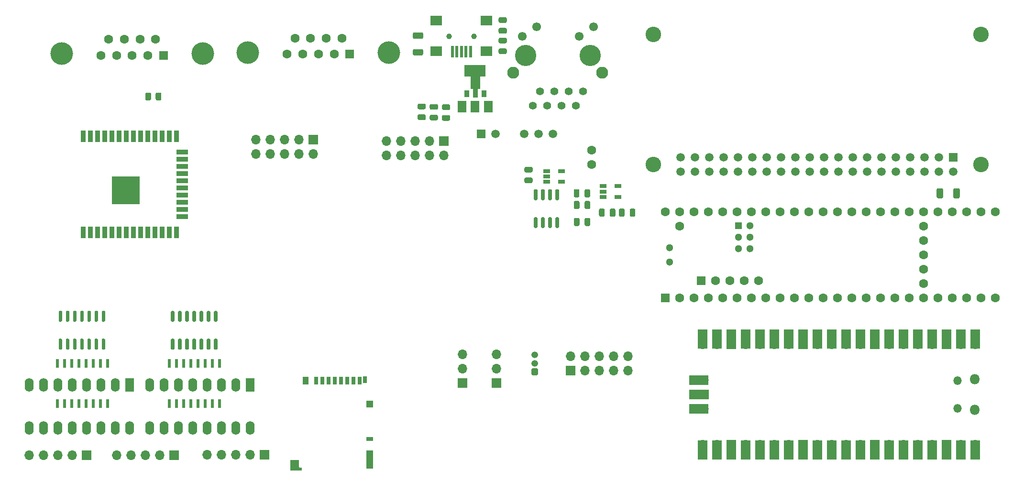
<source format=gbr>
%TF.GenerationSoftware,KiCad,Pcbnew,(5.1.8-0-10_14)*%
%TF.CreationDate,2021-09-27T01:00:10-07:00*%
%TF.ProjectId,baku,62616b75-2e6b-4696-9361-645f70636258,rev?*%
%TF.SameCoordinates,Original*%
%TF.FileFunction,Soldermask,Top*%
%TF.FilePolarity,Negative*%
%FSLAX46Y46*%
G04 Gerber Fmt 4.6, Leading zero omitted, Abs format (unit mm)*
G04 Created by KiCad (PCBNEW (5.1.8-0-10_14)) date 2021-09-27 01:00:10*
%MOMM*%
%LPD*%
G01*
G04 APERTURE LIST*
%ADD10C,2.750000*%
%ADD11C,1.508000*%
%ADD12R,1.508000X1.508000*%
%ADD13O,1.700000X1.700000*%
%ADD14R,1.700000X1.700000*%
%ADD15C,1.300000*%
%ADD16C,1.600000*%
%ADD17R,1.300000X1.300000*%
%ADD18R,1.600000X1.600000*%
%ADD19C,4.000000*%
%ADD20C,0.100000*%
%ADD21R,1.200000X0.800000*%
%ADD22R,0.500000X0.500000*%
%ADD23R,0.700000X1.400000*%
%ADD24R,0.700000X1.200000*%
%ADD25R,1.200000X3.200000*%
%ADD26R,1.200000X1.200000*%
%ADD27R,1.000000X1.400000*%
%ADD28R,1.500000X1.900000*%
%ADD29O,1.600000X2.400000*%
%ADD30R,1.600000X2.400000*%
%ADD31R,0.600000X1.500000*%
%ADD32C,2.108200*%
%ADD33C,3.759200*%
%ADD34C,1.549400*%
%ADD35C,1.397000*%
%ADD36O,1.200000X1.200000*%
%ADD37R,1.500000X2.000000*%
%ADD38R,3.800000X2.000000*%
%ADD39R,0.900000X1.300000*%
%ADD40C,1.000000*%
%ADD41R,2.000000X1.700000*%
%ADD42R,0.500000X2.000000*%
%ADD43R,0.900000X2.000000*%
%ADD44R,2.000000X0.900000*%
%ADD45R,5.000000X5.000000*%
%ADD46R,3.500000X1.700000*%
%ADD47O,1.500000X1.500000*%
%ADD48O,1.800000X1.800000*%
%ADD49R,1.700000X3.500000*%
%ADD50R,1.220000X0.650000*%
%ADD51C,1.500000*%
%ADD52R,1.500000X1.500000*%
G04 APERTURE END LIST*
D10*
%TO.C,A2*%
X175250000Y-90750000D03*
X175250000Y-67750000D03*
X233250000Y-90750000D03*
X233250000Y-67750000D03*
D11*
X180120000Y-92020000D03*
X180120000Y-89480000D03*
X182660000Y-92020000D03*
X182660000Y-89480000D03*
X185200000Y-92020000D03*
X185200000Y-89480000D03*
X187740000Y-92020000D03*
X187740000Y-89480000D03*
X190280000Y-92020000D03*
X190280000Y-89480000D03*
X192820000Y-92020000D03*
X192820000Y-89480000D03*
X195360000Y-92020000D03*
X195360000Y-89480000D03*
X197900000Y-92020000D03*
X197900000Y-89480000D03*
X200440000Y-92020000D03*
X200440000Y-89480000D03*
X202980000Y-92020000D03*
X202980000Y-89480000D03*
X205520000Y-92020000D03*
X205520000Y-89480000D03*
X208060000Y-92020000D03*
X208060000Y-89480000D03*
X210600000Y-92020000D03*
X210600000Y-89480000D03*
X213140000Y-92020000D03*
X213140000Y-89480000D03*
X215680000Y-92020000D03*
X215680000Y-89480000D03*
X218220000Y-92020000D03*
X218220000Y-89480000D03*
X220760000Y-92020000D03*
X220760000Y-89480000D03*
X223300000Y-92020000D03*
X223300000Y-89480000D03*
X225840000Y-92020000D03*
X225840000Y-89480000D03*
X228380000Y-92020000D03*
D12*
X228380000Y-89480000D03*
%TD*%
%TO.C,R1*%
G36*
G01*
X87150000Y-79200001D02*
X87150000Y-78299999D01*
G75*
G02*
X87399999Y-78050000I249999J0D01*
G01*
X87925001Y-78050000D01*
G75*
G02*
X88175000Y-78299999I0J-249999D01*
G01*
X88175000Y-79200001D01*
G75*
G02*
X87925001Y-79450000I-249999J0D01*
G01*
X87399999Y-79450000D01*
G75*
G02*
X87150000Y-79200001I0J249999D01*
G01*
G37*
G36*
G01*
X85325000Y-79200001D02*
X85325000Y-78299999D01*
G75*
G02*
X85574999Y-78050000I249999J0D01*
G01*
X86100001Y-78050000D01*
G75*
G02*
X86350000Y-78299999I0J-249999D01*
G01*
X86350000Y-79200001D01*
G75*
G02*
X86100001Y-79450000I-249999J0D01*
G01*
X85574999Y-79450000D01*
G75*
G02*
X85325000Y-79200001I0J249999D01*
G01*
G37*
%TD*%
D13*
%TO.C,J4*%
X141500000Y-124420000D03*
X141500000Y-126960000D03*
D14*
X141500000Y-129500000D03*
%TD*%
D13*
%TO.C,J3*%
X147500000Y-124420000D03*
X147500000Y-126960000D03*
D14*
X147500000Y-129500000D03*
%TD*%
D15*
%TO.C,U5*%
X178123600Y-105562400D03*
X178123600Y-108102400D03*
D16*
X223113600Y-101752400D03*
X223113600Y-104292400D03*
X223113600Y-106832400D03*
X223113600Y-109372400D03*
X223113600Y-111912400D03*
D15*
X190363600Y-105650800D03*
X192363600Y-105650800D03*
X192363600Y-103650800D03*
X190363600Y-103650800D03*
X192363600Y-101650800D03*
D17*
X190363600Y-101650800D03*
D16*
X218033600Y-114452400D03*
X220573600Y-114452400D03*
X223113600Y-114452400D03*
X225653600Y-114452400D03*
X215493600Y-114452400D03*
X212953600Y-114452400D03*
X210413600Y-114452400D03*
X228193600Y-114452400D03*
X230733600Y-114452400D03*
X233273600Y-114452400D03*
X235813600Y-114452400D03*
X235813600Y-99212400D03*
X233273600Y-99212400D03*
X230733600Y-99212400D03*
X228193600Y-99212400D03*
X225653600Y-99212400D03*
X223113600Y-99212400D03*
X220573600Y-99212400D03*
X218033600Y-99212400D03*
X215493600Y-99212400D03*
X212953600Y-99212400D03*
X207873600Y-114452400D03*
X205333600Y-114452400D03*
X202793600Y-114452400D03*
X200253600Y-114452400D03*
X197713600Y-114452400D03*
X195173600Y-114452400D03*
X192633600Y-114452400D03*
X190093600Y-114452400D03*
X187553600Y-114452400D03*
X185013600Y-114452400D03*
X182473600Y-114452400D03*
X179933600Y-114452400D03*
D18*
X177393600Y-114452400D03*
D16*
X210413600Y-99212400D03*
X207873600Y-99212400D03*
X205333600Y-99212400D03*
X202793600Y-99212400D03*
X200253600Y-99212400D03*
X197713600Y-99212400D03*
X195173600Y-99212400D03*
X192633600Y-99212400D03*
X190093600Y-99212400D03*
X187553600Y-99212400D03*
X185013600Y-99212400D03*
X182473600Y-99212400D03*
X179933600Y-99212400D03*
X177393600Y-99212400D03*
D18*
X183692800Y-111401600D03*
D16*
X186232800Y-111401600D03*
X188772800Y-111401600D03*
X191312800Y-111401600D03*
X193852800Y-111401600D03*
X179933600Y-101752400D03*
%TD*%
D13*
%TO.C,J2*%
X170750000Y-124710000D03*
X170750000Y-127250000D03*
X168210000Y-124710000D03*
X168210000Y-127250000D03*
X165670000Y-124710000D03*
X165670000Y-127250000D03*
X163130000Y-124710000D03*
X163130000Y-127250000D03*
X160590000Y-124710000D03*
D14*
X160590000Y-127250000D03*
%TD*%
D13*
%TO.C,J6*%
X104902000Y-88900000D03*
X104902000Y-86360000D03*
X107442000Y-88900000D03*
X107442000Y-86360000D03*
X109982000Y-88900000D03*
X109982000Y-86360000D03*
X112522000Y-88900000D03*
X112522000Y-86360000D03*
X115062000Y-88900000D03*
D14*
X115062000Y-86360000D03*
%TD*%
D13*
%TO.C,J5*%
X128016000Y-89154000D03*
X128016000Y-86614000D03*
X130556000Y-89154000D03*
X130556000Y-86614000D03*
X133096000Y-89154000D03*
X133096000Y-86614000D03*
X135636000Y-89154000D03*
X135636000Y-86614000D03*
X138176000Y-89154000D03*
D14*
X138176000Y-86614000D03*
%TD*%
%TO.C,C28*%
G36*
G01*
X132949999Y-70350000D02*
X134250001Y-70350000D01*
G75*
G02*
X134500000Y-70599999I0J-249999D01*
G01*
X134500000Y-71250001D01*
G75*
G02*
X134250001Y-71500000I-249999J0D01*
G01*
X132949999Y-71500000D01*
G75*
G02*
X132700000Y-71250001I0J249999D01*
G01*
X132700000Y-70599999D01*
G75*
G02*
X132949999Y-70350000I249999J0D01*
G01*
G37*
G36*
G01*
X132949999Y-67400000D02*
X134250001Y-67400000D01*
G75*
G02*
X134500000Y-67649999I0J-249999D01*
G01*
X134500000Y-68300001D01*
G75*
G02*
X134250001Y-68550000I-249999J0D01*
G01*
X132949999Y-68550000D01*
G75*
G02*
X132700000Y-68300001I0J249999D01*
G01*
X132700000Y-67649999D01*
G75*
G02*
X132949999Y-67400000I249999J0D01*
G01*
G37*
%TD*%
D19*
%TO.C,JS2*%
X103473600Y-70972400D03*
X128473600Y-70972400D03*
D16*
X111818600Y-68432400D03*
X114588600Y-68432400D03*
X117358600Y-68432400D03*
X120128600Y-68432400D03*
X110433600Y-71272400D03*
X113203600Y-71272400D03*
X115973600Y-71272400D03*
X118743600Y-71272400D03*
D18*
X121513600Y-71272400D03*
%TD*%
D20*
%TO.C,J8*%
G36*
X112539000Y-144618421D02*
G01*
X112397579Y-144477000D01*
X112539000Y-144335579D01*
X112680421Y-144477000D01*
X112539000Y-144618421D01*
G37*
D21*
X125089000Y-139427000D03*
D22*
X112789000Y-144727000D03*
D23*
X123289000Y-129027000D03*
X122189000Y-129027000D03*
X121089000Y-129027000D03*
X119989000Y-129027000D03*
X118889000Y-129027000D03*
X117789000Y-129027000D03*
X116689000Y-129027000D03*
D24*
X124239000Y-128927000D03*
D25*
X125089000Y-143027000D03*
D26*
X125089000Y-133227000D03*
D27*
X113689000Y-129027000D03*
D28*
X111789000Y-144027000D03*
D23*
X115589000Y-129027000D03*
%TD*%
D29*
%TO.C,U25*%
X82550000Y-137414000D03*
X64770000Y-129794000D03*
X80010000Y-137414000D03*
X67310000Y-129794000D03*
X77470000Y-137414000D03*
X69850000Y-129794000D03*
X74930000Y-137414000D03*
X72390000Y-129794000D03*
X72390000Y-137414000D03*
X74930000Y-129794000D03*
X69850000Y-137414000D03*
X77470000Y-129794000D03*
X67310000Y-137414000D03*
X80010000Y-129794000D03*
X64770000Y-137414000D03*
D30*
X82550000Y-129794000D03*
%TD*%
D31*
%TO.C,U24*%
X78613000Y-133090000D03*
X77343000Y-133090000D03*
X76073000Y-133090000D03*
X74803000Y-133090000D03*
X73533000Y-133090000D03*
X72263000Y-133090000D03*
X70993000Y-133090000D03*
X69723000Y-133090000D03*
X69723000Y-125990000D03*
X70993000Y-125990000D03*
X72263000Y-125990000D03*
X73533000Y-125990000D03*
X74803000Y-125990000D03*
X76073000Y-125990000D03*
X77343000Y-125990000D03*
X78613000Y-125990000D03*
%TD*%
D29*
%TO.C,U23*%
X103886000Y-137414000D03*
X86106000Y-129794000D03*
X101346000Y-137414000D03*
X88646000Y-129794000D03*
X98806000Y-137414000D03*
X91186000Y-129794000D03*
X96266000Y-137414000D03*
X93726000Y-129794000D03*
X93726000Y-137414000D03*
X96266000Y-129794000D03*
X91186000Y-137414000D03*
X98806000Y-129794000D03*
X88646000Y-137414000D03*
X101346000Y-129794000D03*
X86106000Y-137414000D03*
D30*
X103886000Y-129794000D03*
%TD*%
D31*
%TO.C,U22*%
X98425000Y-133084000D03*
X97155000Y-133084000D03*
X95885000Y-133084000D03*
X94615000Y-133084000D03*
X93345000Y-133084000D03*
X92075000Y-133084000D03*
X90805000Y-133084000D03*
X89535000Y-133084000D03*
X89535000Y-125984000D03*
X90805000Y-125984000D03*
X92075000Y-125984000D03*
X93345000Y-125984000D03*
X94615000Y-125984000D03*
X95885000Y-125984000D03*
X97155000Y-125984000D03*
X98425000Y-125984000D03*
%TD*%
%TO.C,U21*%
G36*
G01*
X77751800Y-121630800D02*
X78051800Y-121630800D01*
G75*
G02*
X78201800Y-121780800I0J-150000D01*
G01*
X78201800Y-123430800D01*
G75*
G02*
X78051800Y-123580800I-150000J0D01*
G01*
X77751800Y-123580800D01*
G75*
G02*
X77601800Y-123430800I0J150000D01*
G01*
X77601800Y-121780800D01*
G75*
G02*
X77751800Y-121630800I150000J0D01*
G01*
G37*
G36*
G01*
X76481800Y-121630800D02*
X76781800Y-121630800D01*
G75*
G02*
X76931800Y-121780800I0J-150000D01*
G01*
X76931800Y-123430800D01*
G75*
G02*
X76781800Y-123580800I-150000J0D01*
G01*
X76481800Y-123580800D01*
G75*
G02*
X76331800Y-123430800I0J150000D01*
G01*
X76331800Y-121780800D01*
G75*
G02*
X76481800Y-121630800I150000J0D01*
G01*
G37*
G36*
G01*
X75211800Y-121630800D02*
X75511800Y-121630800D01*
G75*
G02*
X75661800Y-121780800I0J-150000D01*
G01*
X75661800Y-123430800D01*
G75*
G02*
X75511800Y-123580800I-150000J0D01*
G01*
X75211800Y-123580800D01*
G75*
G02*
X75061800Y-123430800I0J150000D01*
G01*
X75061800Y-121780800D01*
G75*
G02*
X75211800Y-121630800I150000J0D01*
G01*
G37*
G36*
G01*
X73941800Y-121630800D02*
X74241800Y-121630800D01*
G75*
G02*
X74391800Y-121780800I0J-150000D01*
G01*
X74391800Y-123430800D01*
G75*
G02*
X74241800Y-123580800I-150000J0D01*
G01*
X73941800Y-123580800D01*
G75*
G02*
X73791800Y-123430800I0J150000D01*
G01*
X73791800Y-121780800D01*
G75*
G02*
X73941800Y-121630800I150000J0D01*
G01*
G37*
G36*
G01*
X72671800Y-121630800D02*
X72971800Y-121630800D01*
G75*
G02*
X73121800Y-121780800I0J-150000D01*
G01*
X73121800Y-123430800D01*
G75*
G02*
X72971800Y-123580800I-150000J0D01*
G01*
X72671800Y-123580800D01*
G75*
G02*
X72521800Y-123430800I0J150000D01*
G01*
X72521800Y-121780800D01*
G75*
G02*
X72671800Y-121630800I150000J0D01*
G01*
G37*
G36*
G01*
X71401800Y-121630800D02*
X71701800Y-121630800D01*
G75*
G02*
X71851800Y-121780800I0J-150000D01*
G01*
X71851800Y-123430800D01*
G75*
G02*
X71701800Y-123580800I-150000J0D01*
G01*
X71401800Y-123580800D01*
G75*
G02*
X71251800Y-123430800I0J150000D01*
G01*
X71251800Y-121780800D01*
G75*
G02*
X71401800Y-121630800I150000J0D01*
G01*
G37*
G36*
G01*
X70131800Y-121630800D02*
X70431800Y-121630800D01*
G75*
G02*
X70581800Y-121780800I0J-150000D01*
G01*
X70581800Y-123430800D01*
G75*
G02*
X70431800Y-123580800I-150000J0D01*
G01*
X70131800Y-123580800D01*
G75*
G02*
X69981800Y-123430800I0J150000D01*
G01*
X69981800Y-121780800D01*
G75*
G02*
X70131800Y-121630800I150000J0D01*
G01*
G37*
G36*
G01*
X70131800Y-116680800D02*
X70431800Y-116680800D01*
G75*
G02*
X70581800Y-116830800I0J-150000D01*
G01*
X70581800Y-118480800D01*
G75*
G02*
X70431800Y-118630800I-150000J0D01*
G01*
X70131800Y-118630800D01*
G75*
G02*
X69981800Y-118480800I0J150000D01*
G01*
X69981800Y-116830800D01*
G75*
G02*
X70131800Y-116680800I150000J0D01*
G01*
G37*
G36*
G01*
X71401800Y-116680800D02*
X71701800Y-116680800D01*
G75*
G02*
X71851800Y-116830800I0J-150000D01*
G01*
X71851800Y-118480800D01*
G75*
G02*
X71701800Y-118630800I-150000J0D01*
G01*
X71401800Y-118630800D01*
G75*
G02*
X71251800Y-118480800I0J150000D01*
G01*
X71251800Y-116830800D01*
G75*
G02*
X71401800Y-116680800I150000J0D01*
G01*
G37*
G36*
G01*
X72671800Y-116680800D02*
X72971800Y-116680800D01*
G75*
G02*
X73121800Y-116830800I0J-150000D01*
G01*
X73121800Y-118480800D01*
G75*
G02*
X72971800Y-118630800I-150000J0D01*
G01*
X72671800Y-118630800D01*
G75*
G02*
X72521800Y-118480800I0J150000D01*
G01*
X72521800Y-116830800D01*
G75*
G02*
X72671800Y-116680800I150000J0D01*
G01*
G37*
G36*
G01*
X73941800Y-116680800D02*
X74241800Y-116680800D01*
G75*
G02*
X74391800Y-116830800I0J-150000D01*
G01*
X74391800Y-118480800D01*
G75*
G02*
X74241800Y-118630800I-150000J0D01*
G01*
X73941800Y-118630800D01*
G75*
G02*
X73791800Y-118480800I0J150000D01*
G01*
X73791800Y-116830800D01*
G75*
G02*
X73941800Y-116680800I150000J0D01*
G01*
G37*
G36*
G01*
X75211800Y-116680800D02*
X75511800Y-116680800D01*
G75*
G02*
X75661800Y-116830800I0J-150000D01*
G01*
X75661800Y-118480800D01*
G75*
G02*
X75511800Y-118630800I-150000J0D01*
G01*
X75211800Y-118630800D01*
G75*
G02*
X75061800Y-118480800I0J150000D01*
G01*
X75061800Y-116830800D01*
G75*
G02*
X75211800Y-116680800I150000J0D01*
G01*
G37*
G36*
G01*
X76481800Y-116680800D02*
X76781800Y-116680800D01*
G75*
G02*
X76931800Y-116830800I0J-150000D01*
G01*
X76931800Y-118480800D01*
G75*
G02*
X76781800Y-118630800I-150000J0D01*
G01*
X76481800Y-118630800D01*
G75*
G02*
X76331800Y-118480800I0J150000D01*
G01*
X76331800Y-116830800D01*
G75*
G02*
X76481800Y-116680800I150000J0D01*
G01*
G37*
G36*
G01*
X77751800Y-116680800D02*
X78051800Y-116680800D01*
G75*
G02*
X78201800Y-116830800I0J-150000D01*
G01*
X78201800Y-118480800D01*
G75*
G02*
X78051800Y-118630800I-150000J0D01*
G01*
X77751800Y-118630800D01*
G75*
G02*
X77601800Y-118480800I0J150000D01*
G01*
X77601800Y-116830800D01*
G75*
G02*
X77751800Y-116680800I150000J0D01*
G01*
G37*
%TD*%
%TO.C,U10*%
G36*
G01*
X97640000Y-121642000D02*
X97940000Y-121642000D01*
G75*
G02*
X98090000Y-121792000I0J-150000D01*
G01*
X98090000Y-123442000D01*
G75*
G02*
X97940000Y-123592000I-150000J0D01*
G01*
X97640000Y-123592000D01*
G75*
G02*
X97490000Y-123442000I0J150000D01*
G01*
X97490000Y-121792000D01*
G75*
G02*
X97640000Y-121642000I150000J0D01*
G01*
G37*
G36*
G01*
X96370000Y-121642000D02*
X96670000Y-121642000D01*
G75*
G02*
X96820000Y-121792000I0J-150000D01*
G01*
X96820000Y-123442000D01*
G75*
G02*
X96670000Y-123592000I-150000J0D01*
G01*
X96370000Y-123592000D01*
G75*
G02*
X96220000Y-123442000I0J150000D01*
G01*
X96220000Y-121792000D01*
G75*
G02*
X96370000Y-121642000I150000J0D01*
G01*
G37*
G36*
G01*
X95100000Y-121642000D02*
X95400000Y-121642000D01*
G75*
G02*
X95550000Y-121792000I0J-150000D01*
G01*
X95550000Y-123442000D01*
G75*
G02*
X95400000Y-123592000I-150000J0D01*
G01*
X95100000Y-123592000D01*
G75*
G02*
X94950000Y-123442000I0J150000D01*
G01*
X94950000Y-121792000D01*
G75*
G02*
X95100000Y-121642000I150000J0D01*
G01*
G37*
G36*
G01*
X93830000Y-121642000D02*
X94130000Y-121642000D01*
G75*
G02*
X94280000Y-121792000I0J-150000D01*
G01*
X94280000Y-123442000D01*
G75*
G02*
X94130000Y-123592000I-150000J0D01*
G01*
X93830000Y-123592000D01*
G75*
G02*
X93680000Y-123442000I0J150000D01*
G01*
X93680000Y-121792000D01*
G75*
G02*
X93830000Y-121642000I150000J0D01*
G01*
G37*
G36*
G01*
X92560000Y-121642000D02*
X92860000Y-121642000D01*
G75*
G02*
X93010000Y-121792000I0J-150000D01*
G01*
X93010000Y-123442000D01*
G75*
G02*
X92860000Y-123592000I-150000J0D01*
G01*
X92560000Y-123592000D01*
G75*
G02*
X92410000Y-123442000I0J150000D01*
G01*
X92410000Y-121792000D01*
G75*
G02*
X92560000Y-121642000I150000J0D01*
G01*
G37*
G36*
G01*
X91290000Y-121642000D02*
X91590000Y-121642000D01*
G75*
G02*
X91740000Y-121792000I0J-150000D01*
G01*
X91740000Y-123442000D01*
G75*
G02*
X91590000Y-123592000I-150000J0D01*
G01*
X91290000Y-123592000D01*
G75*
G02*
X91140000Y-123442000I0J150000D01*
G01*
X91140000Y-121792000D01*
G75*
G02*
X91290000Y-121642000I150000J0D01*
G01*
G37*
G36*
G01*
X90020000Y-121642000D02*
X90320000Y-121642000D01*
G75*
G02*
X90470000Y-121792000I0J-150000D01*
G01*
X90470000Y-123442000D01*
G75*
G02*
X90320000Y-123592000I-150000J0D01*
G01*
X90020000Y-123592000D01*
G75*
G02*
X89870000Y-123442000I0J150000D01*
G01*
X89870000Y-121792000D01*
G75*
G02*
X90020000Y-121642000I150000J0D01*
G01*
G37*
G36*
G01*
X90020000Y-116692000D02*
X90320000Y-116692000D01*
G75*
G02*
X90470000Y-116842000I0J-150000D01*
G01*
X90470000Y-118492000D01*
G75*
G02*
X90320000Y-118642000I-150000J0D01*
G01*
X90020000Y-118642000D01*
G75*
G02*
X89870000Y-118492000I0J150000D01*
G01*
X89870000Y-116842000D01*
G75*
G02*
X90020000Y-116692000I150000J0D01*
G01*
G37*
G36*
G01*
X91290000Y-116692000D02*
X91590000Y-116692000D01*
G75*
G02*
X91740000Y-116842000I0J-150000D01*
G01*
X91740000Y-118492000D01*
G75*
G02*
X91590000Y-118642000I-150000J0D01*
G01*
X91290000Y-118642000D01*
G75*
G02*
X91140000Y-118492000I0J150000D01*
G01*
X91140000Y-116842000D01*
G75*
G02*
X91290000Y-116692000I150000J0D01*
G01*
G37*
G36*
G01*
X92560000Y-116692000D02*
X92860000Y-116692000D01*
G75*
G02*
X93010000Y-116842000I0J-150000D01*
G01*
X93010000Y-118492000D01*
G75*
G02*
X92860000Y-118642000I-150000J0D01*
G01*
X92560000Y-118642000D01*
G75*
G02*
X92410000Y-118492000I0J150000D01*
G01*
X92410000Y-116842000D01*
G75*
G02*
X92560000Y-116692000I150000J0D01*
G01*
G37*
G36*
G01*
X93830000Y-116692000D02*
X94130000Y-116692000D01*
G75*
G02*
X94280000Y-116842000I0J-150000D01*
G01*
X94280000Y-118492000D01*
G75*
G02*
X94130000Y-118642000I-150000J0D01*
G01*
X93830000Y-118642000D01*
G75*
G02*
X93680000Y-118492000I0J150000D01*
G01*
X93680000Y-116842000D01*
G75*
G02*
X93830000Y-116692000I150000J0D01*
G01*
G37*
G36*
G01*
X95100000Y-116692000D02*
X95400000Y-116692000D01*
G75*
G02*
X95550000Y-116842000I0J-150000D01*
G01*
X95550000Y-118492000D01*
G75*
G02*
X95400000Y-118642000I-150000J0D01*
G01*
X95100000Y-118642000D01*
G75*
G02*
X94950000Y-118492000I0J150000D01*
G01*
X94950000Y-116842000D01*
G75*
G02*
X95100000Y-116692000I150000J0D01*
G01*
G37*
G36*
G01*
X96370000Y-116692000D02*
X96670000Y-116692000D01*
G75*
G02*
X96820000Y-116842000I0J-150000D01*
G01*
X96820000Y-118492000D01*
G75*
G02*
X96670000Y-118642000I-150000J0D01*
G01*
X96370000Y-118642000D01*
G75*
G02*
X96220000Y-118492000I0J150000D01*
G01*
X96220000Y-116842000D01*
G75*
G02*
X96370000Y-116692000I150000J0D01*
G01*
G37*
G36*
G01*
X97640000Y-116692000D02*
X97940000Y-116692000D01*
G75*
G02*
X98090000Y-116842000I0J-150000D01*
G01*
X98090000Y-118492000D01*
G75*
G02*
X97940000Y-118642000I-150000J0D01*
G01*
X97640000Y-118642000D01*
G75*
G02*
X97490000Y-118492000I0J150000D01*
G01*
X97490000Y-116842000D01*
G75*
G02*
X97640000Y-116692000I150000J0D01*
G01*
G37*
%TD*%
D13*
%TO.C,J14*%
X64770000Y-142240000D03*
X67310000Y-142240000D03*
X69850000Y-142240000D03*
X72390000Y-142240000D03*
D14*
X74930000Y-142240000D03*
%TD*%
D13*
%TO.C,J13*%
X80264000Y-142240000D03*
X82804000Y-142240000D03*
X85344000Y-142240000D03*
X87884000Y-142240000D03*
D14*
X90424000Y-142240000D03*
%TD*%
D13*
%TO.C,J9*%
X96266000Y-142214600D03*
X98806000Y-142214600D03*
X101346000Y-142214600D03*
X103886000Y-142214600D03*
D14*
X106426000Y-142214600D03*
%TD*%
%TO.C,C27*%
G36*
G01*
X226557000Y-95234999D02*
X226557000Y-96535001D01*
G75*
G02*
X226307001Y-96785000I-249999J0D01*
G01*
X225656999Y-96785000D01*
G75*
G02*
X225407000Y-96535001I0J249999D01*
G01*
X225407000Y-95234999D01*
G75*
G02*
X225656999Y-94985000I249999J0D01*
G01*
X226307001Y-94985000D01*
G75*
G02*
X226557000Y-95234999I0J-249999D01*
G01*
G37*
G36*
G01*
X229507000Y-95234999D02*
X229507000Y-96535001D01*
G75*
G02*
X229257001Y-96785000I-249999J0D01*
G01*
X228606999Y-96785000D01*
G75*
G02*
X228357000Y-96535001I0J249999D01*
G01*
X228357000Y-95234999D01*
G75*
G02*
X228606999Y-94985000I249999J0D01*
G01*
X229257001Y-94985000D01*
G75*
G02*
X229507000Y-95234999I0J-249999D01*
G01*
G37*
%TD*%
D32*
%TO.C,J7*%
X150468602Y-74536410D03*
X166218598Y-74536410D03*
D33*
X152628600Y-71486410D03*
X164058600Y-71486410D03*
D34*
X152018600Y-68126410D03*
X154558600Y-66426410D03*
X162128600Y-68126410D03*
X164668600Y-66406410D03*
D35*
X155168600Y-77856410D03*
X157708600Y-77856410D03*
X160248600Y-77856410D03*
X162788600Y-77856410D03*
X153898600Y-80396410D03*
X156438600Y-80396410D03*
X158978600Y-80396410D03*
X161518600Y-80396410D03*
%TD*%
D16*
%TO.C,C1*%
X164338000Y-88265000D03*
X164338000Y-90765000D03*
%TD*%
%TO.C,J10*%
G36*
G01*
X154673600Y-128100000D02*
X153826400Y-128100000D01*
G75*
G02*
X153650000Y-127923600I0J176400D01*
G01*
X153650000Y-127076400D01*
G75*
G02*
X153826400Y-126900000I176400J0D01*
G01*
X154673600Y-126900000D01*
G75*
G02*
X154850000Y-127076400I0J-176400D01*
G01*
X154850000Y-127923600D01*
G75*
G02*
X154673600Y-128100000I-176400J0D01*
G01*
G37*
D36*
X154250000Y-126000000D03*
X154250000Y-124500000D03*
%TD*%
D37*
%TO.C,U9*%
X141413200Y-80518400D03*
X146013200Y-80518400D03*
X143713200Y-80518400D03*
D38*
X143713200Y-74218400D03*
%TD*%
D20*
%TO.C,U8*%
G36*
X144630500Y-74306400D02*
G01*
X144630500Y-77431400D01*
X144214000Y-77431400D01*
X144214000Y-78906400D01*
X143314000Y-78906400D01*
X143314000Y-77431400D01*
X142897500Y-77431400D01*
X142897500Y-74306400D01*
X144630500Y-74306400D01*
G37*
D39*
X145264000Y-78256400D03*
X142264000Y-78256400D03*
%TD*%
D40*
%TO.C,J1*%
X139074800Y-68122800D03*
X143474800Y-68122800D03*
D41*
X136824800Y-65272800D03*
X136824800Y-70722800D03*
X145724800Y-65272800D03*
X145724800Y-70722800D03*
D42*
X139674800Y-70822800D03*
X140474800Y-70822800D03*
X141274800Y-70822800D03*
X142074800Y-70822800D03*
X142874800Y-70822800D03*
%TD*%
%TO.C,C8*%
G36*
G01*
X134714000Y-81023000D02*
X133764000Y-81023000D01*
G75*
G02*
X133514000Y-80773000I0J250000D01*
G01*
X133514000Y-80273000D01*
G75*
G02*
X133764000Y-80023000I250000J0D01*
G01*
X134714000Y-80023000D01*
G75*
G02*
X134964000Y-80273000I0J-250000D01*
G01*
X134964000Y-80773000D01*
G75*
G02*
X134714000Y-81023000I-250000J0D01*
G01*
G37*
G36*
G01*
X134714000Y-82923000D02*
X133764000Y-82923000D01*
G75*
G02*
X133514000Y-82673000I0J250000D01*
G01*
X133514000Y-82173000D01*
G75*
G02*
X133764000Y-81923000I250000J0D01*
G01*
X134714000Y-81923000D01*
G75*
G02*
X134964000Y-82173000I0J-250000D01*
G01*
X134964000Y-82673000D01*
G75*
G02*
X134714000Y-82923000I-250000J0D01*
G01*
G37*
%TD*%
%TO.C,C6*%
G36*
G01*
X136873000Y-81084000D02*
X135923000Y-81084000D01*
G75*
G02*
X135673000Y-80834000I0J250000D01*
G01*
X135673000Y-80334000D01*
G75*
G02*
X135923000Y-80084000I250000J0D01*
G01*
X136873000Y-80084000D01*
G75*
G02*
X137123000Y-80334000I0J-250000D01*
G01*
X137123000Y-80834000D01*
G75*
G02*
X136873000Y-81084000I-250000J0D01*
G01*
G37*
G36*
G01*
X136873000Y-82984000D02*
X135923000Y-82984000D01*
G75*
G02*
X135673000Y-82734000I0J250000D01*
G01*
X135673000Y-82234000D01*
G75*
G02*
X135923000Y-81984000I250000J0D01*
G01*
X136873000Y-81984000D01*
G75*
G02*
X137123000Y-82234000I0J-250000D01*
G01*
X137123000Y-82734000D01*
G75*
G02*
X136873000Y-82984000I-250000J0D01*
G01*
G37*
%TD*%
%TO.C,C5*%
G36*
G01*
X149065000Y-65717000D02*
X148115000Y-65717000D01*
G75*
G02*
X147865000Y-65467000I0J250000D01*
G01*
X147865000Y-64967000D01*
G75*
G02*
X148115000Y-64717000I250000J0D01*
G01*
X149065000Y-64717000D01*
G75*
G02*
X149315000Y-64967000I0J-250000D01*
G01*
X149315000Y-65467000D01*
G75*
G02*
X149065000Y-65717000I-250000J0D01*
G01*
G37*
G36*
G01*
X149065000Y-67617000D02*
X148115000Y-67617000D01*
G75*
G02*
X147865000Y-67367000I0J250000D01*
G01*
X147865000Y-66867000D01*
G75*
G02*
X148115000Y-66617000I250000J0D01*
G01*
X149065000Y-66617000D01*
G75*
G02*
X149315000Y-66867000I0J-250000D01*
G01*
X149315000Y-67367000D01*
G75*
G02*
X149065000Y-67617000I-250000J0D01*
G01*
G37*
%TD*%
%TO.C,C4*%
G36*
G01*
X139032000Y-81145000D02*
X138082000Y-81145000D01*
G75*
G02*
X137832000Y-80895000I0J250000D01*
G01*
X137832000Y-80395000D01*
G75*
G02*
X138082000Y-80145000I250000J0D01*
G01*
X139032000Y-80145000D01*
G75*
G02*
X139282000Y-80395000I0J-250000D01*
G01*
X139282000Y-80895000D01*
G75*
G02*
X139032000Y-81145000I-250000J0D01*
G01*
G37*
G36*
G01*
X139032000Y-83045000D02*
X138082000Y-83045000D01*
G75*
G02*
X137832000Y-82795000I0J250000D01*
G01*
X137832000Y-82295000D01*
G75*
G02*
X138082000Y-82045000I250000J0D01*
G01*
X139032000Y-82045000D01*
G75*
G02*
X139282000Y-82295000I0J-250000D01*
G01*
X139282000Y-82795000D01*
G75*
G02*
X139032000Y-83045000I-250000J0D01*
G01*
G37*
%TD*%
%TO.C,C3*%
G36*
G01*
X148115000Y-70234000D02*
X149065000Y-70234000D01*
G75*
G02*
X149315000Y-70484000I0J-250000D01*
G01*
X149315000Y-70984000D01*
G75*
G02*
X149065000Y-71234000I-250000J0D01*
G01*
X148115000Y-71234000D01*
G75*
G02*
X147865000Y-70984000I0J250000D01*
G01*
X147865000Y-70484000D01*
G75*
G02*
X148115000Y-70234000I250000J0D01*
G01*
G37*
G36*
G01*
X148115000Y-68334000D02*
X149065000Y-68334000D01*
G75*
G02*
X149315000Y-68584000I0J-250000D01*
G01*
X149315000Y-69084000D01*
G75*
G02*
X149065000Y-69334000I-250000J0D01*
G01*
X148115000Y-69334000D01*
G75*
G02*
X147865000Y-69084000I0J250000D01*
G01*
X147865000Y-68584000D01*
G75*
G02*
X148115000Y-68334000I250000J0D01*
G01*
G37*
%TD*%
D43*
%TO.C,U20*%
X74358500Y-85835600D03*
X75628500Y-85835600D03*
X76898500Y-85835600D03*
X78168500Y-85835600D03*
X79438500Y-85835600D03*
X80708500Y-85835600D03*
X81978500Y-85835600D03*
X83248500Y-85835600D03*
X84518500Y-85835600D03*
X85788500Y-85835600D03*
X87058500Y-85835600D03*
X88328500Y-85835600D03*
X89598500Y-85835600D03*
X90868500Y-85835600D03*
D44*
X91868500Y-88620600D03*
X91868500Y-89890600D03*
X91868500Y-91160600D03*
X91868500Y-92430600D03*
X91868500Y-93700600D03*
X91868500Y-94970600D03*
X91868500Y-96240600D03*
X91868500Y-97510600D03*
X91868500Y-98780600D03*
X91868500Y-100050600D03*
D43*
X90868500Y-102835600D03*
X89598500Y-102835600D03*
X88328500Y-102835600D03*
X87058500Y-102835600D03*
X85788500Y-102835600D03*
X84518500Y-102835600D03*
X83248500Y-102835600D03*
X81978500Y-102835600D03*
X80708500Y-102835600D03*
X79438500Y-102835600D03*
X78168500Y-102835600D03*
X76898500Y-102835600D03*
X75628500Y-102835600D03*
X74358500Y-102835600D03*
D45*
X81858500Y-95335600D03*
%TD*%
D13*
%TO.C,U6*%
X184227600Y-134061200D03*
D46*
X183327600Y-134061200D03*
D14*
X184227600Y-131521200D03*
D46*
X183327600Y-131521200D03*
D13*
X184227600Y-128981200D03*
D46*
X183327600Y-128981200D03*
D47*
X229097600Y-133946200D03*
X229097600Y-129096200D03*
D48*
X232127600Y-134246200D03*
X232127600Y-128796200D03*
D49*
X183997600Y-141311200D03*
X186537600Y-141311200D03*
X189077600Y-141311200D03*
X191617600Y-141311200D03*
X194157600Y-141311200D03*
X196697600Y-141311200D03*
X199237600Y-141311200D03*
X201777600Y-141311200D03*
X204317600Y-141311200D03*
X206857600Y-141311200D03*
X209397600Y-141311200D03*
X211937600Y-141311200D03*
X214477600Y-141311200D03*
X217017600Y-141311200D03*
X219557600Y-141311200D03*
X222097600Y-141311200D03*
X224637600Y-141311200D03*
X227177600Y-141311200D03*
X229717600Y-141311200D03*
X232257600Y-141311200D03*
X183997600Y-121731200D03*
X186537600Y-121731200D03*
X189077600Y-121731200D03*
X191617600Y-121731200D03*
X194157600Y-121731200D03*
X196697600Y-121731200D03*
X199237600Y-121731200D03*
X201777600Y-121731200D03*
X204317600Y-121731200D03*
X206857600Y-121731200D03*
X209397600Y-121731200D03*
X211937600Y-121731200D03*
X214477600Y-121731200D03*
X217017600Y-121731200D03*
X219557600Y-121731200D03*
X222097600Y-121731200D03*
X224637600Y-121731200D03*
X227177600Y-121731200D03*
X229717600Y-121731200D03*
X232257600Y-121731200D03*
D13*
X232257600Y-140411200D03*
X229717600Y-140411200D03*
D14*
X227177600Y-140411200D03*
D13*
X224637600Y-140411200D03*
X222097600Y-140411200D03*
X219557600Y-140411200D03*
X217017600Y-140411200D03*
D14*
X214477600Y-140411200D03*
D13*
X211937600Y-140411200D03*
X209397600Y-140411200D03*
X206857600Y-140411200D03*
X204317600Y-140411200D03*
D14*
X201777600Y-140411200D03*
D13*
X199237600Y-140411200D03*
X196697600Y-140411200D03*
X194157600Y-140411200D03*
X191617600Y-140411200D03*
D14*
X189077600Y-140411200D03*
D13*
X186537600Y-140411200D03*
X183997600Y-140411200D03*
X183997600Y-122631200D03*
X186537600Y-122631200D03*
D14*
X189077600Y-122631200D03*
D13*
X191617600Y-122631200D03*
X194157600Y-122631200D03*
X196697600Y-122631200D03*
X199237600Y-122631200D03*
D14*
X201777600Y-122631200D03*
D13*
X204317600Y-122631200D03*
X206857600Y-122631200D03*
X209397600Y-122631200D03*
X211937600Y-122631200D03*
D14*
X214477600Y-122631200D03*
D13*
X217017600Y-122631200D03*
X219557600Y-122631200D03*
X222097600Y-122631200D03*
X224637600Y-122631200D03*
D14*
X227177600Y-122631200D03*
D13*
X229717600Y-122631200D03*
X232257600Y-122631200D03*
%TD*%
D19*
%TO.C,JS1*%
X70504400Y-71175600D03*
X95504400Y-71175600D03*
D16*
X78849400Y-68635600D03*
X81619400Y-68635600D03*
X84389400Y-68635600D03*
X87159400Y-68635600D03*
X77464400Y-71475600D03*
X80234400Y-71475600D03*
X83004400Y-71475600D03*
X85774400Y-71475600D03*
D18*
X88544400Y-71475600D03*
%TD*%
%TO.C,U14*%
G36*
G01*
X158092000Y-100114000D02*
X158392000Y-100114000D01*
G75*
G02*
X158542000Y-100264000I0J-150000D01*
G01*
X158542000Y-101914000D01*
G75*
G02*
X158392000Y-102064000I-150000J0D01*
G01*
X158092000Y-102064000D01*
G75*
G02*
X157942000Y-101914000I0J150000D01*
G01*
X157942000Y-100264000D01*
G75*
G02*
X158092000Y-100114000I150000J0D01*
G01*
G37*
G36*
G01*
X156822000Y-100114000D02*
X157122000Y-100114000D01*
G75*
G02*
X157272000Y-100264000I0J-150000D01*
G01*
X157272000Y-101914000D01*
G75*
G02*
X157122000Y-102064000I-150000J0D01*
G01*
X156822000Y-102064000D01*
G75*
G02*
X156672000Y-101914000I0J150000D01*
G01*
X156672000Y-100264000D01*
G75*
G02*
X156822000Y-100114000I150000J0D01*
G01*
G37*
G36*
G01*
X155552000Y-100114000D02*
X155852000Y-100114000D01*
G75*
G02*
X156002000Y-100264000I0J-150000D01*
G01*
X156002000Y-101914000D01*
G75*
G02*
X155852000Y-102064000I-150000J0D01*
G01*
X155552000Y-102064000D01*
G75*
G02*
X155402000Y-101914000I0J150000D01*
G01*
X155402000Y-100264000D01*
G75*
G02*
X155552000Y-100114000I150000J0D01*
G01*
G37*
G36*
G01*
X154282000Y-100114000D02*
X154582000Y-100114000D01*
G75*
G02*
X154732000Y-100264000I0J-150000D01*
G01*
X154732000Y-101914000D01*
G75*
G02*
X154582000Y-102064000I-150000J0D01*
G01*
X154282000Y-102064000D01*
G75*
G02*
X154132000Y-101914000I0J150000D01*
G01*
X154132000Y-100264000D01*
G75*
G02*
X154282000Y-100114000I150000J0D01*
G01*
G37*
G36*
G01*
X154282000Y-95164000D02*
X154582000Y-95164000D01*
G75*
G02*
X154732000Y-95314000I0J-150000D01*
G01*
X154732000Y-96964000D01*
G75*
G02*
X154582000Y-97114000I-150000J0D01*
G01*
X154282000Y-97114000D01*
G75*
G02*
X154132000Y-96964000I0J150000D01*
G01*
X154132000Y-95314000D01*
G75*
G02*
X154282000Y-95164000I150000J0D01*
G01*
G37*
G36*
G01*
X155552000Y-95164000D02*
X155852000Y-95164000D01*
G75*
G02*
X156002000Y-95314000I0J-150000D01*
G01*
X156002000Y-96964000D01*
G75*
G02*
X155852000Y-97114000I-150000J0D01*
G01*
X155552000Y-97114000D01*
G75*
G02*
X155402000Y-96964000I0J150000D01*
G01*
X155402000Y-95314000D01*
G75*
G02*
X155552000Y-95164000I150000J0D01*
G01*
G37*
G36*
G01*
X156822000Y-95164000D02*
X157122000Y-95164000D01*
G75*
G02*
X157272000Y-95314000I0J-150000D01*
G01*
X157272000Y-96964000D01*
G75*
G02*
X157122000Y-97114000I-150000J0D01*
G01*
X156822000Y-97114000D01*
G75*
G02*
X156672000Y-96964000I0J150000D01*
G01*
X156672000Y-95314000D01*
G75*
G02*
X156822000Y-95164000I150000J0D01*
G01*
G37*
G36*
G01*
X158092000Y-95164000D02*
X158392000Y-95164000D01*
G75*
G02*
X158542000Y-95314000I0J-150000D01*
G01*
X158542000Y-96964000D01*
G75*
G02*
X158392000Y-97114000I-150000J0D01*
G01*
X158092000Y-97114000D01*
G75*
G02*
X157942000Y-96964000I0J150000D01*
G01*
X157942000Y-95314000D01*
G75*
G02*
X158092000Y-95164000I150000J0D01*
G01*
G37*
%TD*%
D50*
%TO.C,U13*%
X168981000Y-94635200D03*
X168981000Y-96535200D03*
X166361000Y-96535200D03*
X166361000Y-95585200D03*
X166361000Y-94635200D03*
%TD*%
%TO.C,U12*%
X159004000Y-91948000D03*
X159004000Y-93848000D03*
X156384000Y-93848000D03*
X156384000Y-92898000D03*
X156384000Y-91948000D03*
%TD*%
D51*
%TO.C,U11*%
X157480000Y-85344000D03*
X154940000Y-85344000D03*
X152400000Y-85344000D03*
X147320000Y-85344000D03*
D52*
X144780000Y-85344000D03*
%TD*%
%TO.C,C14*%
G36*
G01*
X163091000Y-101440200D02*
X163091000Y-100490200D01*
G75*
G02*
X163341000Y-100240200I250000J0D01*
G01*
X163841000Y-100240200D01*
G75*
G02*
X164091000Y-100490200I0J-250000D01*
G01*
X164091000Y-101440200D01*
G75*
G02*
X163841000Y-101690200I-250000J0D01*
G01*
X163341000Y-101690200D01*
G75*
G02*
X163091000Y-101440200I0J250000D01*
G01*
G37*
G36*
G01*
X161191000Y-101440200D02*
X161191000Y-100490200D01*
G75*
G02*
X161441000Y-100240200I250000J0D01*
G01*
X161941000Y-100240200D01*
G75*
G02*
X162191000Y-100490200I0J-250000D01*
G01*
X162191000Y-101440200D01*
G75*
G02*
X161941000Y-101690200I-250000J0D01*
G01*
X161441000Y-101690200D01*
G75*
G02*
X161191000Y-101440200I0J250000D01*
G01*
G37*
%TD*%
%TO.C,C13*%
G36*
G01*
X167541000Y-99790200D02*
X167541000Y-98840200D01*
G75*
G02*
X167791000Y-98590200I250000J0D01*
G01*
X168291000Y-98590200D01*
G75*
G02*
X168541000Y-98840200I0J-250000D01*
G01*
X168541000Y-99790200D01*
G75*
G02*
X168291000Y-100040200I-250000J0D01*
G01*
X167791000Y-100040200D01*
G75*
G02*
X167541000Y-99790200I0J250000D01*
G01*
G37*
G36*
G01*
X165641000Y-99790200D02*
X165641000Y-98840200D01*
G75*
G02*
X165891000Y-98590200I250000J0D01*
G01*
X166391000Y-98590200D01*
G75*
G02*
X166641000Y-98840200I0J-250000D01*
G01*
X166641000Y-99790200D01*
G75*
G02*
X166391000Y-100040200I-250000J0D01*
G01*
X165891000Y-100040200D01*
G75*
G02*
X165641000Y-99790200I0J250000D01*
G01*
G37*
%TD*%
%TO.C,C12*%
G36*
G01*
X162191000Y-97480200D02*
X162191000Y-98430200D01*
G75*
G02*
X161941000Y-98680200I-250000J0D01*
G01*
X161441000Y-98680200D01*
G75*
G02*
X161191000Y-98430200I0J250000D01*
G01*
X161191000Y-97480200D01*
G75*
G02*
X161441000Y-97230200I250000J0D01*
G01*
X161941000Y-97230200D01*
G75*
G02*
X162191000Y-97480200I0J-250000D01*
G01*
G37*
G36*
G01*
X164091000Y-97480200D02*
X164091000Y-98430200D01*
G75*
G02*
X163841000Y-98680200I-250000J0D01*
G01*
X163341000Y-98680200D01*
G75*
G02*
X163091000Y-98430200I0J250000D01*
G01*
X163091000Y-97480200D01*
G75*
G02*
X163341000Y-97230200I250000J0D01*
G01*
X163841000Y-97230200D01*
G75*
G02*
X164091000Y-97480200I0J-250000D01*
G01*
G37*
%TD*%
%TO.C,C11*%
G36*
G01*
X170172000Y-98839000D02*
X170172000Y-99789000D01*
G75*
G02*
X169922000Y-100039000I-250000J0D01*
G01*
X169422000Y-100039000D01*
G75*
G02*
X169172000Y-99789000I0J250000D01*
G01*
X169172000Y-98839000D01*
G75*
G02*
X169422000Y-98589000I250000J0D01*
G01*
X169922000Y-98589000D01*
G75*
G02*
X170172000Y-98839000I0J-250000D01*
G01*
G37*
G36*
G01*
X172072000Y-98839000D02*
X172072000Y-99789000D01*
G75*
G02*
X171822000Y-100039000I-250000J0D01*
G01*
X171322000Y-100039000D01*
G75*
G02*
X171072000Y-99789000I0J250000D01*
G01*
X171072000Y-98839000D01*
G75*
G02*
X171322000Y-98589000I250000J0D01*
G01*
X171822000Y-98589000D01*
G75*
G02*
X172072000Y-98839000I0J-250000D01*
G01*
G37*
%TD*%
%TO.C,C10*%
G36*
G01*
X152687000Y-93094000D02*
X153637000Y-93094000D01*
G75*
G02*
X153887000Y-93344000I0J-250000D01*
G01*
X153887000Y-93844000D01*
G75*
G02*
X153637000Y-94094000I-250000J0D01*
G01*
X152687000Y-94094000D01*
G75*
G02*
X152437000Y-93844000I0J250000D01*
G01*
X152437000Y-93344000D01*
G75*
G02*
X152687000Y-93094000I250000J0D01*
G01*
G37*
G36*
G01*
X152687000Y-91194000D02*
X153637000Y-91194000D01*
G75*
G02*
X153887000Y-91444000I0J-250000D01*
G01*
X153887000Y-91944000D01*
G75*
G02*
X153637000Y-92194000I-250000J0D01*
G01*
X152687000Y-92194000D01*
G75*
G02*
X152437000Y-91944000I0J250000D01*
G01*
X152437000Y-91444000D01*
G75*
G02*
X152687000Y-91194000I250000J0D01*
G01*
G37*
%TD*%
%TO.C,C9*%
G36*
G01*
X162171000Y-95410000D02*
X162171000Y-96360000D01*
G75*
G02*
X161921000Y-96610000I-250000J0D01*
G01*
X161421000Y-96610000D01*
G75*
G02*
X161171000Y-96360000I0J250000D01*
G01*
X161171000Y-95410000D01*
G75*
G02*
X161421000Y-95160000I250000J0D01*
G01*
X161921000Y-95160000D01*
G75*
G02*
X162171000Y-95410000I0J-250000D01*
G01*
G37*
G36*
G01*
X164071000Y-95410000D02*
X164071000Y-96360000D01*
G75*
G02*
X163821000Y-96610000I-250000J0D01*
G01*
X163321000Y-96610000D01*
G75*
G02*
X163071000Y-96360000I0J250000D01*
G01*
X163071000Y-95410000D01*
G75*
G02*
X163321000Y-95160000I250000J0D01*
G01*
X163821000Y-95160000D01*
G75*
G02*
X164071000Y-95410000I0J-250000D01*
G01*
G37*
%TD*%
M02*

</source>
